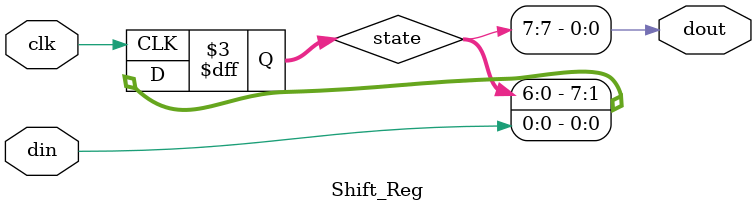
<source format=v>
`timescale 1ns / 1ps

module Shift_Reg #(parameter MSB = 8) (
  input       clk,
  input  wire din,
  output wire dout
);

reg [MSB-1:0] state = 0;

always @(posedge clk) begin
  state <= {state[MSB-2 : 0], din};
end

// Driver
assign dout = state[MSB-1];
  
endmodule
</source>
